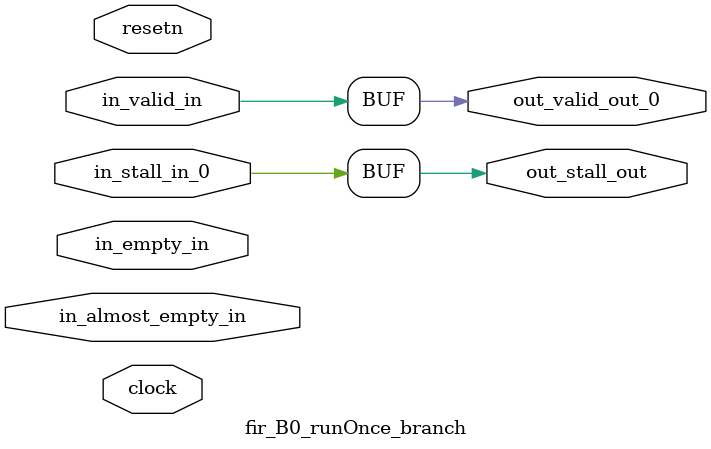
<source format=sv>



(* altera_attribute = "-name AUTO_SHIFT_REGISTER_RECOGNITION OFF; -name MESSAGE_DISABLE 10036; -name MESSAGE_DISABLE 10037; -name MESSAGE_DISABLE 14130; -name MESSAGE_DISABLE 14320; -name MESSAGE_DISABLE 15400; -name MESSAGE_DISABLE 14130; -name MESSAGE_DISABLE 10036; -name MESSAGE_DISABLE 12020; -name MESSAGE_DISABLE 12030; -name MESSAGE_DISABLE 12010; -name MESSAGE_DISABLE 12110; -name MESSAGE_DISABLE 14320; -name MESSAGE_DISABLE 13410; -name MESSAGE_DISABLE 113007; -name MESSAGE_DISABLE 10958" *)
module fir_B0_runOnce_branch (
    input wire [0:0] in_almost_empty_in,
    input wire [0:0] in_empty_in,
    input wire [0:0] in_stall_in_0,
    input wire [0:0] in_valid_in,
    output wire [0:0] out_stall_out,
    output wire [0:0] out_valid_out_0,
    input wire clock,
    input wire resetn
    );

    reg [0:0] rst_sync_rst_sclrn;


    // out_stall_out(GPOUT,6)
    assign out_stall_out = in_stall_in_0;

    // out_valid_out_0(GPOUT,7)
    assign out_valid_out_0 = in_valid_in;

    // rst_sync(RESETSYNC,8)
    acl_reset_handler #(
        .ASYNC_RESET(0),
        .USE_SYNCHRONIZER(1),
        .PULSE_EXTENSION(0),
        .PIPE_DEPTH(3),
        .DUPLICATE(1)
    ) therst_sync (
        .clk(clock),
        .i_resetn(resetn),
        .o_sclrn(rst_sync_rst_sclrn)
    );

endmodule

</source>
